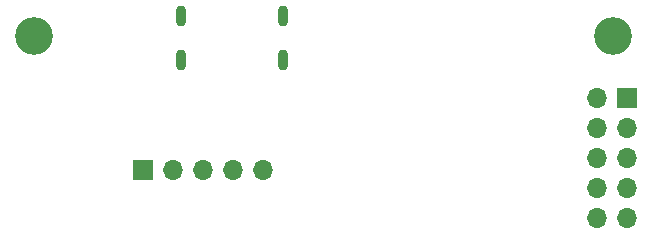
<source format=gbr>
%TF.GenerationSoftware,KiCad,Pcbnew,(6.0.0)*%
%TF.CreationDate,2022-09-27T13:06:44+08:00*%
%TF.ProjectId,rpiconnector,72706963-6f6e-46e6-9563-746f722e6b69,rev?*%
%TF.SameCoordinates,Original*%
%TF.FileFunction,Soldermask,Bot*%
%TF.FilePolarity,Negative*%
%FSLAX46Y46*%
G04 Gerber Fmt 4.6, Leading zero omitted, Abs format (unit mm)*
G04 Created by KiCad (PCBNEW (6.0.0)) date 2022-09-27 13:06:44*
%MOMM*%
%LPD*%
G01*
G04 APERTURE LIST*
%ADD10C,3.200000*%
%ADD11O,0.900000X1.800000*%
%ADD12R,1.700000X1.700000*%
%ADD13O,1.700000X1.700000*%
G04 APERTURE END LIST*
D10*
%TO.C,REF\u002A\u002A*%
X120300000Y-56100000D03*
%TD*%
D11*
%TO.C,U1*%
X132680000Y-54420000D03*
X141320000Y-54420000D03*
X141320000Y-58120000D03*
X132680000Y-58120000D03*
%TD*%
D12*
%TO.C,J1*%
X129460000Y-67500000D03*
D13*
X132000000Y-67500000D03*
X134540000Y-67500000D03*
X137080000Y-67500000D03*
X139620000Y-67500000D03*
%TD*%
D10*
%TO.C,REF\u002A\u002A*%
X169300000Y-56100000D03*
%TD*%
D12*
%TO.C,J2*%
X170500000Y-61400000D03*
D13*
X167960000Y-61400000D03*
X170500000Y-63940000D03*
X167960000Y-63940000D03*
X170500000Y-66480000D03*
X167960000Y-66480000D03*
X170500000Y-69020000D03*
X167960000Y-69020000D03*
X170500000Y-71560000D03*
X167960000Y-71560000D03*
%TD*%
M02*

</source>
